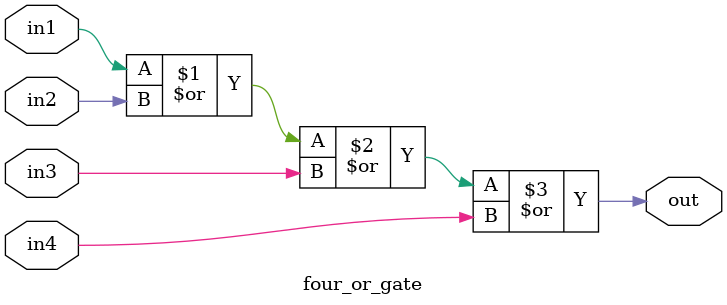
<source format=v>
module four_or_gate (
    input in1,
    input in2,
    input in3,
    input in4,
    output out
);

    assign out = in1 | in2 | in3 | in4;

endmodule
</source>
